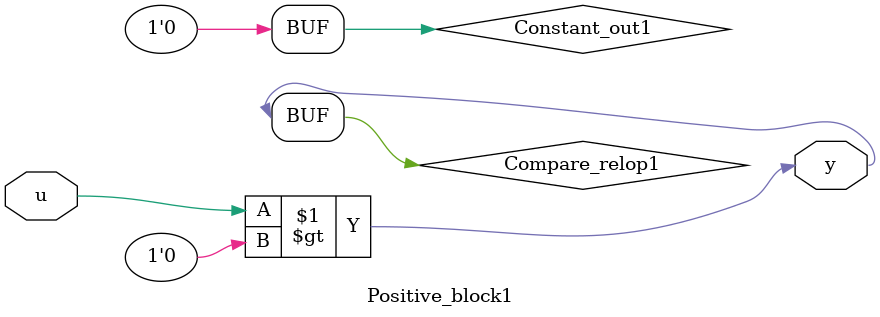
<source format=v>



`timescale 1 ns / 1 ps

module Positive_block1
          (u,
           y);


  input   u;
  output  y;


  wire Constant_out1;
  wire Compare_relop1;


  assign Constant_out1 = 1'b0;



  assign Compare_relop1 = u > Constant_out1;



  assign y = Compare_relop1;

endmodule  // Positive_block1


</source>
